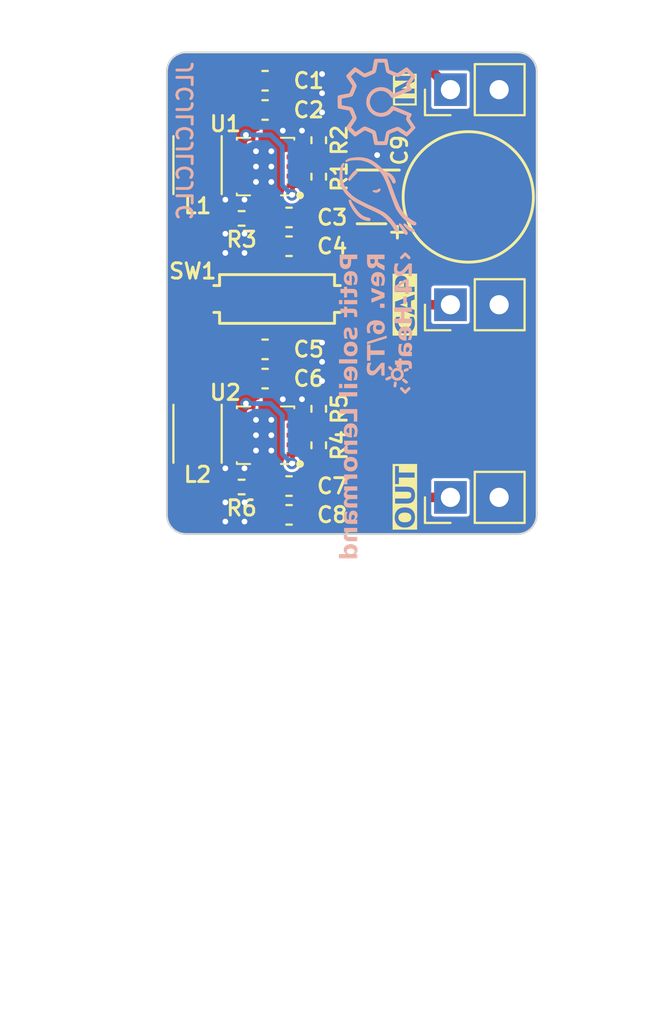
<source format=kicad_pcb>
(kicad_pcb (version 20221018) (generator pcbnew)
  (layers (0 "F.Cu" signal) (31 "B.Cu" signal) (34 "B.Paste" user) (35 "F.Paste" user) (36 "B.SilkS" user "B.Silkscreen") (37 "F.SilkS" user "F.Silkscreen") (38 "B.Mask" user) (39 "F.Mask" user) (44 "Edge.Cuts" user))
  (net 0 "")
  (net 1 "VIN")
  (net 2 "GND")
  (net 3 "VDD")
  (net 4 "VRI")
  (net 5 "Net-(C3-Pad2)")
  (net 6 "Net-(U1-FB)")
  (net 7 "Net-(C7-Pad2)")
  (net 8 "Net-(U2-FB)")
  (net 9 "VCAP")
  (net 10 "Net-(U1-SW)")
  (net 11 "Net-(U2-SW)")
  (footprint "Capacitor_SMD:C_0603_1608Metric" (layer "F.Cu") (at 26.325 10.3)
    (fp_text reference "C2" (at 2.275 0) (layer "F.SilkS") (effects (font (size 0.8 0.8))))
    (fp_text value "100n")
    (pad "1" smd roundrect (at -0.775 0) (size 0.9 0.95) (layers "F.Cu" "F.Paste" "F.Mask") (net 1 "VIN"))
    (pad "2" smd roundrect (at 0.775 0) (size 0.9 0.95) (layers "F.Cu" "F.Paste" "F.Mask") (net 2 "GND"))
  )
  (footprint "Connector_PinHeader_2.54mm:PinHeader_1x02_P2.54mm_Vertical" (layer "F.Cu") (at 36 9.24 90)
    (fp_text reference "J1" hide)
    (fp_text value "Conn_01x02")
    (pad "1" thru_hole rect (at 0 0 90) (size 1.7 1.7) (drill 1) (layers "*.Cu" "*.Mask") (net 1 "VIN"))
    (pad "2" thru_hole oval (at 0 2.54 90) (size 1.7 1.7) (drill 1) (layers "*.Cu" "*.Mask") (net 2 "GND"))
  )
  (footprint "Connector_PinHeader_2.54mm:PinHeader_1x02_P2.54mm_Vertical" (layer "F.Cu") (at 36 20.45 90)
    (fp_text reference "J2" hide)
    (fp_text value "Conn_01x02")
    (pad "1" thru_hole rect (at 0 0 90) (size 1.7 1.7) (drill 1) (layers "*.Cu" "*.Mask") (net 9 "VCAP"))
    (pad "2" thru_hole oval (at 0 2.54 90) (size 1.7 1.7) (drill 1) (layers "*.Cu" "*.Mask") (net 2 "GND"))
  )
  (footprint "Inductor_SMD:L_Sunlord_SWPA252012S" (layer "F.Cu") (at 22.8 13.175 -90)
    (fp_text reference "L1" (at 2.125 0 -180) (layer "F.SilkS") (effects (font (size 0.8 0.8))))
    (fp_text value "10u")
    (pad "1" smd rect (at -0.825 0 270) (size 0.85 2) (layers "F.Cu" "F.Paste" "F.Mask") (net 1 "VIN"))
    (pad "2" smd rect (at 0.825 0 270) (size 0.85 2) (layers "F.Cu" "F.Paste" "F.Mask") (net 10 "Net-(U1-SW)"))
  )
  (footprint "TPS61020DRCR:TPS61020DRCR" (layer "F.Cu") (at 26.35 27.25 180)
    (fp_text reference "U2" (at 2.1 2.225) (layer "F.SilkS") (effects (font (size 0.8 0.8))))
    (fp_text value "TPS61020DRCR" hide)
    (pad "1" smd rect (at -1.4 -1 270) (size 0.24 0.6) (layers "F.Cu" "F.Paste" "F.Mask") (net 4 "VRI"))
    (pad "2" smd rect (at -1.4 -0.5 270) (size 0.24 0.6) (layers "F.Cu" "F.Paste" "F.Mask") (net 3 "VDD"))
    (pad "3" smd rect (at -1.4 0 270) (size 0.24 0.6) (layers "F.Cu" "F.Paste" "F.Mask") (net 8 "Net-(U2-FB)"))
    (pad "4" smd rect (at -1.4 0.5 270) (size 0.24 0.6) (layers "F.Cu" "F.Paste" "F.Mask"))
    (pad "5" smd rect (at -1.4 1 270) (size 0.24 0.6) (layers "F.Cu" "F.Paste" "F.Mask") (net 2 "GND"))
    (pad "6" smd rect (at 1.4 1 270) (size 0.24 0.6) (layers "F.Cu" "F.Paste" "F.Mask") (net 4 "VRI"))
    (pad "7" smd rect (at 1.4 0.5 270) (size 0.24 0.6) (layers "F.Cu" "F.Paste" "F.Mask") (net 2 "GND"))
    (pad "8" smd rect (at 1.4 0 270) (size 0.24 0.6) (layers "F.Cu" "F.Paste" "F.Mask") (net 2 "GND"))
    (pad "9" smd rect (at 1.4 -0.5 270) (size 0.24 0.6) (layers "F.Cu" "F.Paste" "F.Mask") (net 11 "Net-(U2-SW)"))
    (pad "10" smd rect (at 1.4 -1 270) (size 0.24 0.6) (layers "F.Cu" "F.Paste" "F.Mask") (net 2 "GND"))
    (pad "11" smd rect (at 0 0 180) (size 1.65 2.4) (layers "F.Cu" "F.Paste" "F.Mask") (net 2 "GND"))
    (pad "A11" smd rect (at -0.25 -1.45 180) (size 0.25 0.5) (layers "F.Cu" "F.Paste" "F.Mask") (net 2 "GND"))
    (pad "B11" smd rect (at 0.25 -1.45 180) (size 0.25 0.5) (layers "F.Cu" "F.Paste" "F.Mask") (net 2 "GND"))
    (pad "C11" smd rect (at -0.25 1.45 180) (size 0.25 0.5) (layers "F.Cu" "F.Paste" "F.Mask") (net 2 "GND"))
    (pad "D11" smd rect (at 0.25 1.45 180) (size 0.25 0.5) (layers "F.Cu" "F.Paste" "F.Mask") (net 2 "GND"))
  )
  (footprint "Capacitor_SMD:C_0603_1608Metric" (layer "F.Cu") (at 27.575 31.4 180)
    (fp_text reference "C8" (at -2.25 0) (layer "F.SilkS") (effects (font (size 0.8 0.8))))
    (fp_text value "2.2u")
    (pad "1" smd roundrect (at -0.775 0 180) (size 0.9 0.95) (layers "F.Cu" "F.Paste" "F.Mask") (net 3 "VDD"))
    (pad "2" smd roundrect (at 0.775 0 180) (size 0.9 0.95) (layers "F.Cu" "F.Paste" "F.Mask") (net 2 "GND"))
  )
  (footprint "Soleil_footprints:SPST_1x01_P2.54" (layer "F.Cu") (at 26.95 20.15 180)
    (fp_text reference "SW1" (at 4.4 1.45 unlocked) (layer "F.SilkS") (effects (font (size 0.8 0.8))))
    (fp_text value "SW_SPST")
    (pad "1" smd roundrect (at -4.4 0 180) (size 2.2 1.2) (layers "F.Cu" "F.Paste" "F.Mask") (net 9 "VCAP"))
    (pad "2" smd roundrect (at 4.4 0 180) (size 2.2 1.2) (layers "F.Cu" "F.Paste" "F.Mask") (net 4 "VRI"))
  )
  (footprint "Resistor_SMD:R_0402_1005Metric" (layer "F.Cu") (at 25.1 15.95 180)
    (fp_text reference "R3" (at 0 -1.1) (layer "F.SilkS") (effects (font (size 0.8 0.8))))
    (fp_text value "1")
    (pad "1" smd roundrect (at -0.51 0 180) (size 0.54 0.64) (layers "F.Cu" "F.Paste" "F.Mask") (net 5 "Net-(C3-Pad2)"))
    (pad "2" smd roundrect (at 0.51 0 180) (size 0.54 0.64) (layers "F.Cu" "F.Paste" "F.Mask") (net 2 "GND"))
  )
  (footprint "Resistor_SMD:R_0402_1005Metric" (layer "F.Cu") (at 25.1 29.95 180)
    (fp_text reference "R6" (at 0 -1.1) (layer "F.SilkS") (effects (font (size 0.8 0.8))))
    (fp_text value "1")
    (pad "1" smd roundrect (at -0.51 0 180) (size 0.54 0.64) (layers "F.Cu" "F.Paste" "F.Mask") (net 7 "Net-(C7-Pad2)"))
    (pad "2" smd roundrect (at 0.51 0 180) (size 0.54 0.64) (layers "F.Cu" "F.Paste" "F.Mask") (net 2 "GND"))
  )
  (footprint "Resistor_SMD:R_0402_1005Metric" (layer "F.Cu") (at 29.125 13.775 90)
    (fp_text reference "R1" (at 0 1.075 90) (layer "F.SilkS") (effects (font (size 0.8 0.8))))
    (fp_text value "560k")
    (pad "1" smd roundrect (at -0.51 0 90) (size 0.54 0.64) (layers "F.Cu" "F.Paste" "F.Mask") (net 9 "VCAP"))
    (pad "2" smd roundrect (at 0.51 0 90) (size 0.54 0.64) (layers "F.Cu" "F.Paste" "F.Mask") (net 6 "Net-(U1-FB)"))
  )
  (footprint "Connector_PinHeader_2.54mm:PinHeader_1x02_P2.54mm_Vertical" (layer "F.Cu") (at 36 30.49 90)
    (fp_text reference "J3" hide)
    (fp_text value "Conn_01x02")
    (pad "1" thru_hole rect (at 0 0 90) (size 1.7 1.7) (drill 1) (layers "*.Cu" "*.Mask") (net 3 "VDD"))
    (pad "2" thru_hole oval (at 0 2.54 90) (size 1.7 1.7) (drill 1) (layers "*.Cu" "*.Mask") (net 2 "GND"))
  )
  (footprint "Inductor_SMD:L_Sunlord_SWPA252012S" (layer "F.Cu") (at 22.8 27.175 -90)
    (fp_text reference "L2" (at 2.125 0) (layer "F.SilkS") (effects (font (size 0.8 0.8))))
    (fp_text value "10u")
    (pad "1" smd rect (at -0.825 0 270) (size 0.85 2) (layers "F.Cu" "F.Paste" "F.Mask") (net 4 "VRI"))
    (pad "2" smd rect (at 0.825 0 270) (size 0.85 2) (layers "F.Cu" "F.Paste" "F.Mask") (net 11 "Net-(U2-SW)"))
  )
  (footprint "Soleil_footprints:DMS3R3" (layer "F.Cu") (at 36.93 14.83 180)
    (fp_text reference "C9" (at 3.58 2.43 90 unlocked) (layer "F.SilkS") (effects (font (size 0.8 0.8))))
    (fp_text value "220m")
    (fp_text user "+" (at 3.7 -1.9 180 unlocked) (layer "F.SilkS") (effects (font (size 0.8 0.8))))
    (pad "1" smd roundrect (at 4.75 -0.75 180) (size 2.2 0.8) (layers "F.Cu" "F.Paste" "F.Mask") (net 9 "VCAP"))
    (pad "2" smd roundrect (at 4.75 0.75 180) (size 2.2 0.8) (layers "F.Cu" "F.Paste" "F.Mask") (net 2 "GND"))
  )
  (footprint "Capacitor_SMD:C_0603_1608Metric" (layer "F.Cu") (at 26.325 8.775)
    (fp_text reference "C1" (at 2.275 0) (layer "F.SilkS") (effects (font (size 0.8 0.8))))
    (fp_text value "10u")
    (pad "1" smd roundrect (at -0.775 0) (size 0.9 0.95) (layers "F.Cu" "F.Paste" "F.Mask") (net 1 "VIN"))
    (pad "2" smd roundrect (at 0.775 0) (size 0.9 0.95) (layers "F.Cu" "F.Paste" "F.Mask") (net 2 "GND"))
  )
  (footprint "Capacitor_SMD:C_0603_1608Metric" (layer "F.Cu") (at 26.325 22.775)
    (fp_text reference "C5" (at 2.275 0) (layer "F.SilkS") (effects (font (size 0.8 0.8))))
    (fp_text value "10u")
    (pad "1" smd roundrect (at -0.775 0) (size 0.9 0.95) (layers "F.Cu" "F.Paste" "F.Mask") (net 4 "VRI"))
    (pad "2" smd roundrect (at 0.775 0) (size 0.9 0.95) (layers "F.Cu" "F.Paste" "F.Mask") (net 2 "GND"))
  )
  (footprint "Resistor_SMD:R_0402_1005Metric" (layer "F.Cu") (at 29.125 11.875 90)
    (fp_text reference "R2" (at 0 1.075 90) (layer "F.SilkS") (effects (font (size 0.8 0.8))))
    (fp_text value "100k")
    (pad "1" smd roundrect (at -0.51 0 90) (size 0.54 0.64) (layers "F.Cu" "F.Paste" "F.Mask") (net 6 "Net-(U1-FB)"))
    (pad "2" smd roundrect (at 0.51 0 90) (size 0.54 0.64) (layers "F.Cu" "F.Paste" "F.Mask") (net 2 "GND"))
  )
  (footprint "Capacitor_SMD:C_0603_1608Metric" (layer "F.Cu") (at 26.325 24.3)
    (fp_text reference "C6" (at 2.275 0) (layer "F.SilkS") (effects (font (size 0.8 0.8))))
    (fp_text value "100n")
    (pad "1" smd roundrect (at -0.775 0) (size 0.9 0.95) (layers "F.Cu" "F.Paste" "F.Mask") (net 4 "VRI"))
    (pad "2" smd roundrect (at 0.775 0) (size 0.9 0.95) (layers "F.Cu" "F.Paste" "F.Mask") (net 2 "GND"))
  )
  (footprint "Resistor_SMD:R_0402_1005Metric" (layer "F.Cu") (at 29.125 27.775 90)
    (fp_text reference "R4" (at 0 1.075 90) (layer "F.SilkS") (effects (font (size 0.8 0.8))))
    (fp_text value "560k")
    (pad "1" smd roundrect (at -0.51 0 90) (size 0.54 0.64) (layers "F.Cu" "F.Paste" "F.Mask") (net 3 "VDD"))
    (pad "2" smd roundrect (at 0.51 0 90) (size 0.54 0.64) (layers "F.Cu" "F.Paste" "F.Mask") (net 8 "Net-(U2-FB)"))
  )
  (footprint "Capacitor_SMD:C_0603_1608Metric" (layer "F.Cu") (at 27.575 29.9 180)
    (fp_text reference "C7" (at -2.25 0) (layer "F.SilkS") (effects (font (size 0.8 0.8))))
    (fp_text value "10u")
    (pad "1" smd roundrect (at -0.775 0 180) (size 0.9 0.95) (layers "F.Cu" "F.Paste" "F.Mask") (net 3 "VDD"))
    (pad "2" smd roundrect (at 0.775 0 180) (size 0.9 0.95) (layers "F.Cu" "F.Paste" "F.Mask") (net 7 "Net-(C7-Pad2)"))
  )
  (footprint "TPS61020DRCR:TPS61020DRCR" (layer "F.Cu") (at 26.35 13.25 180)
    (fp_text reference "U1" (at 2.1 2.225) (layer "F.SilkS") (effects (font (size 0.8 0.8))))
    (fp_text value "TPS61020DRCR" hide)
    (pad "1" smd rect (at -1.4 -1 270) (size 0.24 0.6) (layers "F.Cu" "F.Paste" "F.Mask") (net 1 "VIN"))
    (pad "2" smd rect (at -1.4 -0.5 270) (size 0.24 0.6) (layers "F.Cu" "F.Paste" "F.Mask") (net 9 "VCAP"))
    (pad "3" smd rect (at -1.4 0 270) (size 0.24 0.6) (layers "F.Cu" "F.Paste" "F.Mask") (net 6 "Net-(U1-FB)"))
    (pad "4" smd rect (at -1.4 0.5 270) (size 0.24 0.6) (layers "F.Cu" "F.Paste" "F.Mask"))
    (pad "5" smd rect (at -1.4 1 270) (size 0.24 0.6) (layers "F.Cu" "F.Paste" "F.Mask") (net 2 "GND"))
    (pad "6" smd rect (at 1.4 1 270) (size 0.24 0.6) (layers "F.Cu" "F.Paste" "F.Mask") (net 1 "VIN"))
    (pad "7" smd rect (at 1.4 0.5 270) (size 0.24 0.6) (layers "F.Cu" "F.Paste" "F.Mask") (net 2 "GND"))
    (pad "8" smd rect (at 1.4 0 270) (size 0.24 0.6) (layers "F.Cu" "F.Paste" "F.Mask") (net 2 "GND"))
    (pad "9" smd rect (at 1.4 -0.5 270) (size 0.24 0.6) (layers "F.Cu" "F.Paste" "F.Mask") (net 10 "Net-(U1-SW)"))
    (pad "10" smd rect (at 1.4 -1 270) (size 0.24 0.6) (layers "F.Cu" "F.Paste" "F.Mask") (net 2 "GND"))
    (pad "11" smd rect (at 0 0 180) (size 1.65 2.4) (layers "F.Cu" "F.Paste" "F.Mask") (net 2 "GND"))
    (pad "A11" smd rect (at -0.25 -1.45 180) (size 0.25 0.5) (layers "F.Cu" "F.Paste" "F.Mask") (net 2 "GND"))
    (pad "B11" smd rect (at 0.25 -1.45 180) (size 0.25 0.5) (layers "F.Cu" "F.Paste" "F.Mask") (net 2 "GND"))
    (pad "C11" smd rect (at -0.25 1.45 180) (size 0.25 0.5) (layers "F.Cu" "F.Paste" "F.Mask") (net 2 "GND"))
    (pad "D11" smd rect (at 0.25 1.45 180) (size 0.25 0.5) (layers "F.Cu" "F.Paste" "F.Mask") (net 2 "GND"))
  )
  (footprint "Capacitor_SMD:C_0603_1608Metric" (layer "F.Cu") (at 27.575 17.4 180)
    (fp_text reference "C4" (at -2.25 0) (layer "F.SilkS") (effects (font (size 0.8 0.8))))
    (fp_text value "2.2u")
    (pad "1" smd roundrect (at -0.775 0 180) (size 0.9 0.95) (layers "F.Cu" "F.Paste" "F.Mask") (net 9 "VCAP"))
    (pad "2" smd roundrect (at 0.775 0 180) (size 0.9 0.95) (layers "F.Cu" "F.Paste" "F.Mask") (net 2 "GND"))
  )
  (footprint "Capacitor_SMD:C_0603_1608Metric" (layer "F.Cu") (at 27.575 15.9 180)
    (fp_text reference "C3" (at -2.25 0) (layer "F.SilkS") (effects (font (size 0.8 0.8))))
    (fp_text value "10u")
    (pad "1" smd roundrect (at -0.775 0 180) (size 0.9 0.95) (layers "F.Cu" "F.Paste" "F.Mask") (net 9 "VCAP"))
    (pad "2" smd roundrect (at 0.775 0 180) (size 0.9 0.95) (layers "F.Cu" "F.Paste" "F.Mask") (net 5 "Net-(C3-Pad2)"))
  )
  (footprint "Resistor_SMD:R_0402_1005Metric" (layer "F.Cu") (at 29.125 25.875 90)
    (fp_text reference "R5" (at 0 1.075 90) (layer "F.SilkS") (effects (font (size 0.8 0.8))))
    (fp_text value "100k")
    (pad "1" smd roundrect (at -0.51 0 90) (size 0.54 0.64) (layers "F.Cu" "F.Paste" "F.Mask") (net 8 "Net-(U2-FB)"))
    (pad "2" smd roundrect (at 0.51 0 90) (size 0.54 0.64) (layers "F.Cu" "F.Paste" "F.Mask") (net 2 "GND"))
  )
  (footprint "LOGO" (layer "B.Cu") (at 32.3 14.84 -90)
    (fp_text reference "G***" hide)
    (fp_text value "LOGO" hide)
  )
  (footprint "LOGO" (layer "B.Cu") (at 32.14 9.88 -90)
    (fp_text reference "G***" hide)
    (fp_text value "LOGO" hide)
  )
  (gr_line (start 33.55 24.375) (end 33.7 24.4875) (stroke (width 0.15)) (layer "B.SilkS"))
  (gr_line (start 32.85 24.25) (end 32.675 24.325) (stroke (width 0.15)) (layer "B.SilkS"))
  (gr_circle (center 33.225 24.075) (end 33.15 24.325) (stroke (width 0.15)) (fill none) (layer "B.SilkS"))
  (gr_line (start 33.625 23.875) (end 33.75 23.825) (stroke (width 0.15)) (layer "B.SilkS"))
  (gr_line (start 33.125 24.525) (end 33.1 24.6875) (stroke (width 0.15)) (layer "B.SilkS"))
  (gr_line (start 32.825 23.725) (end 32.9 23.8) (stroke (width 0.15)) (layer "B.SilkS"))
  (gr_line (start 33.64 17.8) (end 33.44 18) (stroke (width 0.15)) (layer "B.SilkS"))
  (gr_line (start 33.84 24.816428) (end 33.64 25.016428) (stroke (width 0.15)) (layer "B.SilkS"))
  (gr_line (start 33.84 18) (end 33.64 17.8) (stroke (width 0.15)) (layer "B.SilkS"))
  (gr_line (start 33.25 23.65) (end 33.275 23.525) (stroke (width 0.15)) (layer "B.SilkS"))
  (gr_line (start 33.64 25.016428) (end 33.44 24.816428) (stroke (width 0.15)) (layer "B.SilkS"))
  (gr_arc (start 21.2 8.3) (mid 21.492893 7.592893) (end 22.2 7.3) (stroke (width 0.1)) (layer "Edge.Cuts"))
  (gr_line (start 39.5 32.4) (end 22.2 32.4) (stroke (width 0.1)) (layer "Edge.Cuts"))
  (gr_line (start 22.2 7.3) (end 39.5 7.3) (stroke (width 0.1)) (layer "Edge.Cuts"))
  (gr_arc (start 22.2 32.4) (mid 21.492893 32.107107) (end 21.2 31.4) (stroke (width 0.1)) (layer "Edge.Cuts"))
  (gr_arc (start 39.5 7.3) (mid 40.207107 7.592893) (end 40.5 8.3) (stroke (width 0.1)) (layer "Edge.Cuts"))
  (gr_line (start 40.5 8.3) (end 40.5 31.4) (stroke (width 0.1)) (layer "Edge.Cuts"))
  (gr_line (start 21.2 31.4) (end 21.2 8.3) (stroke (width 0.1)) (layer "Edge.Cuts"))
  (gr_arc (start 40.5 31.4) (mid 40.207107 32.107107) (end 39.5 32.4) (stroke (width 0.1)) (layer "Edge.Cuts"))
  (gr_text "Petit soleil Lenormand" (at 31.29 17.72 90) (layer "B.SilkS") (effects (font (size 0.9 0.9) (thickness 0.18) bold italic) (justify left bottom mirror)))
  (gr_text "24-Heat" (at 34.14 18.196428 90) (layer "B.SilkS") (effects (font (size 0.9 0.9) (thickness 0.18) bold) (justify left bottom mirror)))
  (gr_text "Rev. 6/T2" (at 32.715 17.721428 90) (layer "B.SilkS") (effects (font (size 0.9 0.9) (thickness 0.18) bold) (justify left bottom mirror)))
  (gr_text "JLCJLCJLCJLC" (at 22.625 7.7 90) (layer "B.SilkS") (effects (font (size 0.8 0.8)) (justify left bottom mirror)))
  (gr_text "CAP" (at 34.3 20.45 90) (layer "F.SilkS" knockout) (effects (font (size 1 1) (thickness 0.2) bold italic) (justify bottom)))
  (gr_text "OUT" (at 34.3 30.49 90) (layer "F.SilkS" knockout) (effects (font (size 1 1) (thickness 0.2) bold italic) (justify bottom)))
  (gr_text "IN" (at 34.3 9.24 90) (layer "F.SilkS" knockout) (effects (font (size 1 1) (thickness 0.2) bold italic) (justify bottom)))
  (segment (start 27.75 14.7) (end 27.725 14.725) (width 0.25) (layer "F.Cu") (net 1))
  (segment (start 34.485 7.725) (end 26.6 7.725) (width 0.5) (layer "F.Cu") (net 1))
  (segment (start 27.75 14.25) (end 27.75 14.7) (width 0.25) (layer "F.Cu") (net 1))
  (segment (start 36 9.24) (end 34.485 7.725) (width 0.5) (layer "F.Cu") (net 1))
  (segment (start 26.6 7.725) (end 25.55 8.775) (width 0.5) (layer "F.Cu") (net 1))
  (via (at 27.725 14.725) (size 0.6) (drill 0.3) (layers "F.Cu" "B.Cu") (net 1))
  (via (at 25.325 11.6) (size 0.6) (drill 0.3) (layers "F.Cu" "B.Cu") (net 1))
  (segment (start 27.225 14.225) (end 27.225 12.211827) (width 0.25) (layer "B.Cu") (net 1))
  (segment (start 27.725 14.725) (end 27.225 14.225) (width 0.25) (layer "B.Cu") (net 1))
  (segment (start 26.613173 11.6) (end 25.325 11.6) (width 0.25) (layer "B.Cu") (net 1))
  (segment (start 27.225 12.211827) (end 26.613173 11.6) (width 0.25) (layer "B.Cu") (net 1))
  (segment (start 24.95 13.25) (end 26.35 13.25) (width 0.25) (layer "F.Cu") (net 2))
  (segment (start 32.18 12.655) (end 32.175 12.65) (width 0.5) (layer "F.Cu") (net 2))
  (segment (start 25.85 26.75) (end 26.35 27.25) (width 0.25) (layer "F.Cu") (net 2))
  (segment (start 32.18 14.08) (end 32.18 12.655) (width 0.5) (layer "F.Cu") (net 2))
  (segment (start 25.85 12.75) (end 26.35 13.25) (width 0.25) (layer "F.Cu") (net 2))
  (segment (start 24.95 12.75) (end 25.85 12.75) (width 0.25) (layer "F.Cu") (net 2))
  (segment (start 24.95 27.25) (end 26.35 27.25) (width 0.25) (layer "F.Cu") (net 2))
  (segment (start 24.95 26.75) (end 25.85 26.75) (width 0.25) (layer "F.Cu") (net 2))
  (via (at 29.3 10.425) (size 0.6) (drill 0.3) (layers "F.Cu" "B.Cu") (net 2))
  (via (at 26.65 27.25) (size 0.6) (drill 0.3) (layers "F.Cu" "B.Cu") (net 2))
  (via (at 29.3 24.425) (size 0.6) (drill 0.3) (layers "F.Cu" "B.Cu") (net 2))
  (via (at 24.25 16.75) (size 0.6) (drill 0.3) (layers "F.Cu" "B.Cu") (net 2))
  (via (at 28.25 25.375) (size 0.6) (drill 0.3) (layers "F.Cu" "B.Cu") (net 2))
  (via (at 26.65 14.05) (size 0.6) (drill 0.3) (layers "F.Cu" "B.Cu") (net 2))
  (via (at 25.25 14.975) (size 0.6) (drill 0.3) (layers "F.Cu" "B.Cu") (net 2))
  (via (at 25.25 30.75) (size 0.6) (drill 0.3) (layers "F.Cu" "B.Cu") (net 2))
  (via (at 25.25 31.75) (size 0.6) (drill 0.3) (layers "F.Cu" "B.Cu") (net 2))
  (via (at 29.3 9.425) (size 0.6) (drill 0.3) (layers "F.Cu" "B.Cu") (net 2))
  (via (at 25.85 13.25) (size 0.6) (drill 0.3) (layers "F.Cu" "B.Cu") (net 2))
  (via (at 24.25 31.75) (size 0.6) (drill 0.3) (layers "F.Cu" "B.Cu") (net 2))
  (via (at 24.25 28.975) (size 0.6) (drill 0.3) (layers "F.Cu" "B.Cu") (net 2))
  (via (at 25.85 27.25) (size 0.6) (drill 0.3) (layers "F.Cu" "B.Cu") (net 2))
  (via (at 25.85 26.45) (size 0.6) (drill 0.3) (layers "F.Cu" "B.Cu") (net 2))
  (via (at 28.25 11.375) (size 0.6) (drill 0.3) (layers "F.Cu" "B.Cu") (net 2))
  (via (at 26.65 12.45) (size 0.6) (drill 0.3) (layers "F.Cu" "B.Cu") (net 2))
  (via (at 26.65 28.05) (size 0.6) (drill 0.3) (layers "F.Cu" "B.Cu") (net 2))
  (via (at 27.25 25.375) (size 0.6) (drill 0.3) (layers "F.Cu" "B.Cu") (net 2))
  (via (at 24.25 17.75) (size 0.6) (drill 0.3) (layers "F.Cu" "B.Cu") (net 2))
  (via (at 25.25 17.75) (size 0.6) (drill 0.3) (layers "F.Cu" "B.Cu") (net 2))
  (via (at 26.65 26.45) (size 0.6) (drill 0.3) (layers "F.Cu" "B.Cu") (net 2))
  (via (at 25.85 14.05) (size 0.6) (drill 0.3) (layers "F.Cu" "B.Cu") (net 2))
  (via (at 25.25 16.75) (size 0.6) (drill 0.3) (layers "F.Cu" "B.Cu") (net 2))
  (via (at 29.3 8.425) (size 0.6) (drill 0.3) (layers "F.Cu" "B.Cu") (net 2))
  (via (at 26.65 13.25) (size 0.6) (drill 0.3) (layers "F.Cu" "B.Cu") (net 2))
  (via (at 29.3 23.425) (size 0.6) (drill 0.3) (layers "F.Cu" "B.Cu") (net 2))
  (via (at 27.25 11.375) (size 0.6) (drill 0.3) (layers "F.Cu" "B.Cu") (net 2))
  (via (at 32.175 12.65) (size 0.6) (drill 0.3) (layers "F.Cu" "B.Cu") (net 2))
  (via (at 25.85 12.45) (size 0.6) (drill 0.3) (layers "F.Cu" "B.Cu") (net 2))
  (via (at 29.3 22.425) (size 0.6) (drill 0.3) (layers "F.Cu" "B.Cu") (net 2))
  (via (at 25.85 28.05) (size 0.6) (drill 0.3) (layers "F.Cu" "B.Cu") (net 2))
  (via (at 24.25 14.975) (size 0.6) (drill 0.3) (layers "F.Cu" "B.Cu") (net 2))
  (via (at 24.25 30.75) (size 0.6) (drill 0.3) (layers "F.Cu" "B.Cu") (net 2))
  (via (at 25.25 28.975) (size 0.6) (drill 0.3) (layers "F.Cu" "B.Cu") (net 2))
  (segment (start 36 30.49) (end 29.54 30.49) (width 0.5) (layer "F.Cu") (net 3))
  (segment (start 27.75 27.75) (end 28.59 27.75) (width 0.25) (layer "F.Cu") (net 3))
  (segment (start 28.59 27.75) (end 29.125 28.285) (width 0.25) (layer "F.Cu") (net 3))
  (segment (start 21.85 20.85) (end 21.85 22.4) (width 0.5) (layer "F.Cu") (net 4))
  (segment (start 27.75 28.25) (end 27.75 28.7) (width 0.25) (layer "F.Cu") (net 4))
  (segment (start 22.55 20.15) (end 21.85 20.85) (width 0.5) (layer "F.Cu") (net 4))
  (segment (start 27.75 28.7) (end 27.725 28.725) (width 0.25) (layer "F.Cu") (net 4))
  (via (at 27.725 28.725) (size 0.6) (drill 0.3) (layers "F.Cu" "B.Cu") (net 4))
  (via (at 25.325 25.6) (size 0.6) (drill 0.3) (layers "F.Cu" "B.Cu") (net 4))
  (segment (start 27.225 28.225) (end 27.725 28.725) (width 0.25) (layer "B.Cu") (net 4))
  (segment (start 27.225 26.211827) (end 27.225 28.225) (width 0.25) (layer "B.Cu") (net 4))
  (segment (start 26.613173 25.6) (end 27.225 26.211827) (width 0.25) (layer "B.Cu") (net 4))
  (segment (start 25.325 25.6) (end 26.613173 25.6) (width 0.25) (layer "B.Cu") (net 4))
  (segment (start 26.75 15.95) (end 26.8 15.9) (width 0.25) (layer "F.Cu") (net 5))
  (segment (start 25.61 15.95) (end 26.75 15.95) (width 0.25) (layer "F.Cu") (net 5))
  (segment (start 29.11 13.25) (end 29.125 13.265) (width 0.25) (layer "F.Cu") (net 6))
  (segment (start 29.125 12.385) (end 29.125 13.265) (width 0.25) (layer "F.Cu") (net 6))
  (segment (start 27.75 13.25) (end 29.11 13.25) (width 0.25) (layer "F.Cu") (net 6))
  (segment (start 25.61 29.95) (end 26.75 29.95) (width 0.25) (layer "F.Cu") (net 7))
  (segment (start 26.75 29.95) (end 26.8 29.9) (width 0.25) (layer "F.Cu") (net 7))
  (segment (start 29.11 27.25) (end 29.125 27.265) (width 0.25) (layer "F.Cu") (net 8))
  (segment (start 29.125 26.385) (end 29.125 27.265) (width 0.25) (layer "F.Cu") (net 8))
  (segment (start 27.75 27.25) (end 29.11 27.25) (width 0.25) (layer "F.Cu") (net 8))
  (segment (start 31.35 20.15) (end 31.35 15.7) (width 0.5) (layer "F.Cu") (net 9))
  (segment (start 28.59 13.75) (end 29.125 14.285) (width 0.25) (layer "F.Cu") (net 9))
  (segment (start 31.65 20.45) (end 31.35 20.15) (width 0.5) (layer "F.Cu") (net 9))
  (segment (start 36 20.45) (end 31.65 20.45) (width 0.5) (layer "F.Cu") (net 9))
  (segment (start 27.75 13.75) (end 28.59 13.75) (width 0.25) (layer "F.Cu") (net 9))
  (segment (start 32.18 15.58) (end 29.42 15.58) (width 0.5) (layer "F.Cu") (net 9))
  (segment (start 24.95 13.75) (end 23.05 13.75) (width 0.3) (layer "F.Cu") (net 10))
  (segment (start 23.05 13.75) (end 22.8 14) (width 0.3) (layer "F.Cu") (net 10))
  (segment (start 23.05 27.75) (end 22.8 28) (width 0.3) (layer "F.Cu") (net 11))
  (segment (start 24.95 27.75) (end 23.05 27.75) (width 0.3) (layer "F.Cu") (net 11))
  (zone (net 9) (net_name "VCAP") (layer "F.Cu") (priority 2) (connect_pads yes (clearance 0.15)) (min_thickness 0.15) (fill yes (thermal_gap 0.5) (thermal_bridge_width 0.5))
    (polygon (pts (xy 29.8 14.35) (xy 27.625 14.35) (xy 27.625 18.1) (xy 29.8 18.1)))
  )
  (zone (net 1) (net_name "VIN") (layer "F.Cu") (connect_pads yes (clearance 0.15)) (min_thickness 0.15) (fill yes (thermal_gap 0.5) (thermal_bridge_width 0.5))
    (polygon (pts (xy 21.575 8.125) (xy 26.2 8.125) (xy 26.2 12.45) (xy 21.575 12.45)))
  )
  (zone (net 4) (net_name "VRI") (layer "F.Cu") (connect_pads yes (clearance 0.15)) (min_thickness 0.15) (fill yes (thermal_gap 0.5) (thermal_bridge_width 0.5))
    (polygon (pts (xy 21.575 22.125) (xy 26.2 22.125) (xy 26.2 26.45) (xy 21.575 26.45)))
  )
  (zone (net 2) (net_name "GND") (layer "F.Cu") (priority 3) (connect_pads yes (clearance 0.15)) (min_thickness 0.15) (fill yes (thermal_gap 0.5) (thermal_bridge_width 0.5))
    (polygon (pts (xy 26.2 8.125) (xy 26.2 12.775) (xy 29.6 12.775) (xy 29.6 8.125)))
  )
  (zone (net 3) (net_name "VDD") (layer "F.Cu") (priority 2) (connect_pads yes (clearance 0.15)) (min_thickness 0.15) (fill yes (thermal_gap 0.5) (thermal_bridge_width 0.5))
    (polygon (pts (xy 29.8 28.35) (xy 27.625 28.35) (xy 27.625 32.1) (xy 29.8 32.1)))
  )
  (zone (net 2) (net_name "GND") (layer "F.Cu") (priority 4) (connect_pads yes (clearance 0.15)) (min_thickness 0.15) (fill yes (thermal_gap 0.5) (thermal_bridge_width 0.5))
    (polygon (pts (xy 27.325 28.025) (xy 23.95 28.025) (xy 23.95 32.05) (xy 27.325 32.05)))
  )
  (zone (net 2) (net_name "GND") (layer "F.Cu") (priority 4) (connect_pads yes (clearance 0.15)) (min_thickness 0.15) (fill yes (thermal_gap 0.5) (thermal_bridge_width 0.5))
    (polygon (pts (xy 27.325 14.025) (xy 23.95 14.025) (xy 23.95 18.05) (xy 27.325 18.05)))
  )
  (zone (net 2) (net_name "GND") (layer "F.Cu") (priority 3) (connect_pads yes (clearance 0.15)) (min_thickness 0.15) (fill yes (thermal_gap 0.5) (thermal_bridge_width 0.5))
    (polygon (pts (xy 26.2 22.125) (xy 26.2 26.775) (xy 29.6 26.775) (xy 29.6 22.125)))
  )
  (zone (net 2) (net_name "GND") (layer "B.Cu") (priority 1) (connect_pads yes (clearance 0.15)) (min_thickness 0.15) (fill yes (thermal_gap 0.5) (thermal_bridge_width 0.5))
    (polygon (pts (xy 12.588404 6.271364) (xy 12.488404 53.871364) (xy 46.488404 54.171364) (xy 46.688404 6.571364)))
  )
)
</source>
